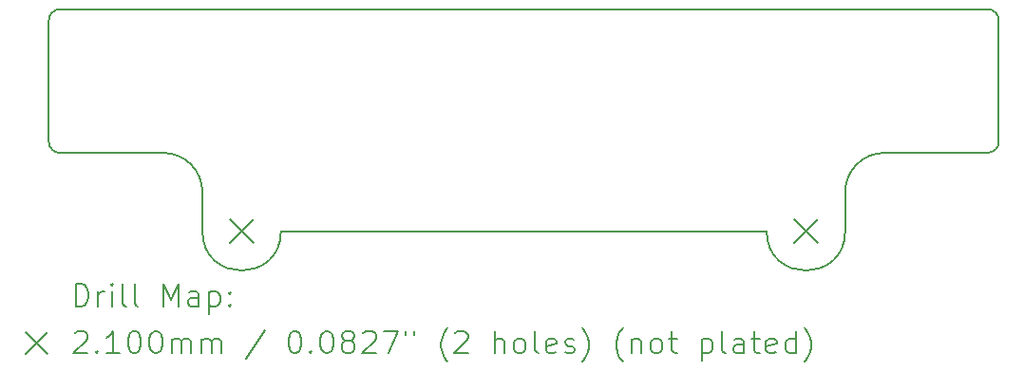
<source format=gbr>
%TF.GenerationSoftware,KiCad,Pcbnew,7.0.1*%
%TF.CreationDate,2023-11-28T21:46:45+01:00*%
%TF.ProjectId,Qtr-8-SN,5174722d-382d-4534-9e2e-6b696361645f,rev?*%
%TF.SameCoordinates,Original*%
%TF.FileFunction,Drillmap*%
%TF.FilePolarity,Positive*%
%FSLAX45Y45*%
G04 Gerber Fmt 4.5, Leading zero omitted, Abs format (unit mm)*
G04 Created by KiCad (PCBNEW 7.0.1) date 2023-11-28 21:46:45*
%MOMM*%
%LPD*%
G01*
G04 APERTURE LIST*
%ADD10C,0.150000*%
%ADD11C,0.200000*%
%ADD12C,0.210000*%
G04 APERTURE END LIST*
D10*
X5029200Y-12798120D02*
X5029260Y-13280560D01*
X5129200Y-12698120D02*
G75*
G03*
X5029200Y-12798120I0J-100000D01*
G01*
X5129200Y-12698120D02*
X13396760Y-12697120D01*
X12711360Y-13979560D02*
X13396760Y-13979560D01*
X5029260Y-13880560D02*
G75*
G03*
X5129260Y-13980560I100000J0D01*
G01*
X13496760Y-13279560D02*
X13496760Y-13879560D01*
X12477610Y-13979560D02*
G75*
G03*
X12127610Y-14329560I0J-350000D01*
G01*
X6048410Y-13979560D02*
X5814660Y-13979560D01*
X13396760Y-13979560D02*
G75*
G03*
X13496760Y-13879560I0J100000D01*
G01*
X6398410Y-14679560D02*
X6398410Y-14329560D01*
X12711360Y-13979560D02*
X12477610Y-13979560D01*
X6398410Y-14329560D02*
G75*
G03*
X6048410Y-13979560I-350000J0D01*
G01*
X13496760Y-12797120D02*
X13496760Y-13279560D01*
X6398410Y-14679560D02*
G75*
G03*
X7098410Y-14679560I350000J0D01*
G01*
X11427610Y-14679560D02*
X7098410Y-14679560D01*
X5029260Y-13280560D02*
X5029260Y-13880560D01*
X12127610Y-14679560D02*
X12127610Y-14329560D01*
X13496760Y-12797120D02*
G75*
G03*
X13396760Y-12697120I-100000J0D01*
G01*
X5814660Y-13979560D02*
X5129260Y-13980560D01*
X11427610Y-14679560D02*
G75*
G03*
X12127610Y-14679560I350000J0D01*
G01*
D11*
D12*
X6643410Y-14574560D02*
X6853410Y-14784560D01*
X6853410Y-14574560D02*
X6643410Y-14784560D01*
X11672610Y-14574560D02*
X11882610Y-14784560D01*
X11882610Y-14574560D02*
X11672610Y-14784560D01*
D11*
X5269319Y-15349584D02*
X5269319Y-15149584D01*
X5269319Y-15149584D02*
X5316938Y-15149584D01*
X5316938Y-15149584D02*
X5345510Y-15159108D01*
X5345510Y-15159108D02*
X5364557Y-15178155D01*
X5364557Y-15178155D02*
X5374081Y-15197203D01*
X5374081Y-15197203D02*
X5383605Y-15235298D01*
X5383605Y-15235298D02*
X5383605Y-15263869D01*
X5383605Y-15263869D02*
X5374081Y-15301965D01*
X5374081Y-15301965D02*
X5364557Y-15321012D01*
X5364557Y-15321012D02*
X5345510Y-15340060D01*
X5345510Y-15340060D02*
X5316938Y-15349584D01*
X5316938Y-15349584D02*
X5269319Y-15349584D01*
X5469319Y-15349584D02*
X5469319Y-15216250D01*
X5469319Y-15254346D02*
X5478843Y-15235298D01*
X5478843Y-15235298D02*
X5488367Y-15225774D01*
X5488367Y-15225774D02*
X5507414Y-15216250D01*
X5507414Y-15216250D02*
X5526462Y-15216250D01*
X5593128Y-15349584D02*
X5593128Y-15216250D01*
X5593128Y-15149584D02*
X5583605Y-15159108D01*
X5583605Y-15159108D02*
X5593128Y-15168631D01*
X5593128Y-15168631D02*
X5602652Y-15159108D01*
X5602652Y-15159108D02*
X5593128Y-15149584D01*
X5593128Y-15149584D02*
X5593128Y-15168631D01*
X5716938Y-15349584D02*
X5697890Y-15340060D01*
X5697890Y-15340060D02*
X5688367Y-15321012D01*
X5688367Y-15321012D02*
X5688367Y-15149584D01*
X5821700Y-15349584D02*
X5802652Y-15340060D01*
X5802652Y-15340060D02*
X5793128Y-15321012D01*
X5793128Y-15321012D02*
X5793128Y-15149584D01*
X6050271Y-15349584D02*
X6050271Y-15149584D01*
X6050271Y-15149584D02*
X6116938Y-15292441D01*
X6116938Y-15292441D02*
X6183605Y-15149584D01*
X6183605Y-15149584D02*
X6183605Y-15349584D01*
X6364557Y-15349584D02*
X6364557Y-15244822D01*
X6364557Y-15244822D02*
X6355033Y-15225774D01*
X6355033Y-15225774D02*
X6335986Y-15216250D01*
X6335986Y-15216250D02*
X6297890Y-15216250D01*
X6297890Y-15216250D02*
X6278843Y-15225774D01*
X6364557Y-15340060D02*
X6345509Y-15349584D01*
X6345509Y-15349584D02*
X6297890Y-15349584D01*
X6297890Y-15349584D02*
X6278843Y-15340060D01*
X6278843Y-15340060D02*
X6269319Y-15321012D01*
X6269319Y-15321012D02*
X6269319Y-15301965D01*
X6269319Y-15301965D02*
X6278843Y-15282917D01*
X6278843Y-15282917D02*
X6297890Y-15273393D01*
X6297890Y-15273393D02*
X6345509Y-15273393D01*
X6345509Y-15273393D02*
X6364557Y-15263869D01*
X6459795Y-15216250D02*
X6459795Y-15416250D01*
X6459795Y-15225774D02*
X6478843Y-15216250D01*
X6478843Y-15216250D02*
X6516938Y-15216250D01*
X6516938Y-15216250D02*
X6535986Y-15225774D01*
X6535986Y-15225774D02*
X6545509Y-15235298D01*
X6545509Y-15235298D02*
X6555033Y-15254346D01*
X6555033Y-15254346D02*
X6555033Y-15311488D01*
X6555033Y-15311488D02*
X6545509Y-15330536D01*
X6545509Y-15330536D02*
X6535986Y-15340060D01*
X6535986Y-15340060D02*
X6516938Y-15349584D01*
X6516938Y-15349584D02*
X6478843Y-15349584D01*
X6478843Y-15349584D02*
X6459795Y-15340060D01*
X6640748Y-15330536D02*
X6650271Y-15340060D01*
X6650271Y-15340060D02*
X6640748Y-15349584D01*
X6640748Y-15349584D02*
X6631224Y-15340060D01*
X6631224Y-15340060D02*
X6640748Y-15330536D01*
X6640748Y-15330536D02*
X6640748Y-15349584D01*
X6640748Y-15225774D02*
X6650271Y-15235298D01*
X6650271Y-15235298D02*
X6640748Y-15244822D01*
X6640748Y-15244822D02*
X6631224Y-15235298D01*
X6631224Y-15235298D02*
X6640748Y-15225774D01*
X6640748Y-15225774D02*
X6640748Y-15244822D01*
X4821700Y-15577060D02*
X5021700Y-15777060D01*
X5021700Y-15577060D02*
X4821700Y-15777060D01*
X5259795Y-15588631D02*
X5269319Y-15579108D01*
X5269319Y-15579108D02*
X5288367Y-15569584D01*
X5288367Y-15569584D02*
X5335986Y-15569584D01*
X5335986Y-15569584D02*
X5355033Y-15579108D01*
X5355033Y-15579108D02*
X5364557Y-15588631D01*
X5364557Y-15588631D02*
X5374081Y-15607679D01*
X5374081Y-15607679D02*
X5374081Y-15626727D01*
X5374081Y-15626727D02*
X5364557Y-15655298D01*
X5364557Y-15655298D02*
X5250271Y-15769584D01*
X5250271Y-15769584D02*
X5374081Y-15769584D01*
X5459795Y-15750536D02*
X5469319Y-15760060D01*
X5469319Y-15760060D02*
X5459795Y-15769584D01*
X5459795Y-15769584D02*
X5450271Y-15760060D01*
X5450271Y-15760060D02*
X5459795Y-15750536D01*
X5459795Y-15750536D02*
X5459795Y-15769584D01*
X5659795Y-15769584D02*
X5545510Y-15769584D01*
X5602652Y-15769584D02*
X5602652Y-15569584D01*
X5602652Y-15569584D02*
X5583605Y-15598155D01*
X5583605Y-15598155D02*
X5564557Y-15617203D01*
X5564557Y-15617203D02*
X5545510Y-15626727D01*
X5783605Y-15569584D02*
X5802652Y-15569584D01*
X5802652Y-15569584D02*
X5821700Y-15579108D01*
X5821700Y-15579108D02*
X5831224Y-15588631D01*
X5831224Y-15588631D02*
X5840748Y-15607679D01*
X5840748Y-15607679D02*
X5850271Y-15645774D01*
X5850271Y-15645774D02*
X5850271Y-15693393D01*
X5850271Y-15693393D02*
X5840748Y-15731488D01*
X5840748Y-15731488D02*
X5831224Y-15750536D01*
X5831224Y-15750536D02*
X5821700Y-15760060D01*
X5821700Y-15760060D02*
X5802652Y-15769584D01*
X5802652Y-15769584D02*
X5783605Y-15769584D01*
X5783605Y-15769584D02*
X5764557Y-15760060D01*
X5764557Y-15760060D02*
X5755033Y-15750536D01*
X5755033Y-15750536D02*
X5745509Y-15731488D01*
X5745509Y-15731488D02*
X5735986Y-15693393D01*
X5735986Y-15693393D02*
X5735986Y-15645774D01*
X5735986Y-15645774D02*
X5745509Y-15607679D01*
X5745509Y-15607679D02*
X5755033Y-15588631D01*
X5755033Y-15588631D02*
X5764557Y-15579108D01*
X5764557Y-15579108D02*
X5783605Y-15569584D01*
X5974081Y-15569584D02*
X5993129Y-15569584D01*
X5993129Y-15569584D02*
X6012176Y-15579108D01*
X6012176Y-15579108D02*
X6021700Y-15588631D01*
X6021700Y-15588631D02*
X6031224Y-15607679D01*
X6031224Y-15607679D02*
X6040748Y-15645774D01*
X6040748Y-15645774D02*
X6040748Y-15693393D01*
X6040748Y-15693393D02*
X6031224Y-15731488D01*
X6031224Y-15731488D02*
X6021700Y-15750536D01*
X6021700Y-15750536D02*
X6012176Y-15760060D01*
X6012176Y-15760060D02*
X5993129Y-15769584D01*
X5993129Y-15769584D02*
X5974081Y-15769584D01*
X5974081Y-15769584D02*
X5955033Y-15760060D01*
X5955033Y-15760060D02*
X5945509Y-15750536D01*
X5945509Y-15750536D02*
X5935986Y-15731488D01*
X5935986Y-15731488D02*
X5926462Y-15693393D01*
X5926462Y-15693393D02*
X5926462Y-15645774D01*
X5926462Y-15645774D02*
X5935986Y-15607679D01*
X5935986Y-15607679D02*
X5945509Y-15588631D01*
X5945509Y-15588631D02*
X5955033Y-15579108D01*
X5955033Y-15579108D02*
X5974081Y-15569584D01*
X6126462Y-15769584D02*
X6126462Y-15636250D01*
X6126462Y-15655298D02*
X6135986Y-15645774D01*
X6135986Y-15645774D02*
X6155033Y-15636250D01*
X6155033Y-15636250D02*
X6183605Y-15636250D01*
X6183605Y-15636250D02*
X6202652Y-15645774D01*
X6202652Y-15645774D02*
X6212176Y-15664822D01*
X6212176Y-15664822D02*
X6212176Y-15769584D01*
X6212176Y-15664822D02*
X6221700Y-15645774D01*
X6221700Y-15645774D02*
X6240748Y-15636250D01*
X6240748Y-15636250D02*
X6269319Y-15636250D01*
X6269319Y-15636250D02*
X6288367Y-15645774D01*
X6288367Y-15645774D02*
X6297890Y-15664822D01*
X6297890Y-15664822D02*
X6297890Y-15769584D01*
X6393129Y-15769584D02*
X6393129Y-15636250D01*
X6393129Y-15655298D02*
X6402652Y-15645774D01*
X6402652Y-15645774D02*
X6421700Y-15636250D01*
X6421700Y-15636250D02*
X6450271Y-15636250D01*
X6450271Y-15636250D02*
X6469319Y-15645774D01*
X6469319Y-15645774D02*
X6478843Y-15664822D01*
X6478843Y-15664822D02*
X6478843Y-15769584D01*
X6478843Y-15664822D02*
X6488367Y-15645774D01*
X6488367Y-15645774D02*
X6507414Y-15636250D01*
X6507414Y-15636250D02*
X6535986Y-15636250D01*
X6535986Y-15636250D02*
X6555033Y-15645774D01*
X6555033Y-15645774D02*
X6564557Y-15664822D01*
X6564557Y-15664822D02*
X6564557Y-15769584D01*
X6955033Y-15560060D02*
X6783605Y-15817203D01*
X7212176Y-15569584D02*
X7231224Y-15569584D01*
X7231224Y-15569584D02*
X7250272Y-15579108D01*
X7250272Y-15579108D02*
X7259795Y-15588631D01*
X7259795Y-15588631D02*
X7269319Y-15607679D01*
X7269319Y-15607679D02*
X7278843Y-15645774D01*
X7278843Y-15645774D02*
X7278843Y-15693393D01*
X7278843Y-15693393D02*
X7269319Y-15731488D01*
X7269319Y-15731488D02*
X7259795Y-15750536D01*
X7259795Y-15750536D02*
X7250272Y-15760060D01*
X7250272Y-15760060D02*
X7231224Y-15769584D01*
X7231224Y-15769584D02*
X7212176Y-15769584D01*
X7212176Y-15769584D02*
X7193129Y-15760060D01*
X7193129Y-15760060D02*
X7183605Y-15750536D01*
X7183605Y-15750536D02*
X7174081Y-15731488D01*
X7174081Y-15731488D02*
X7164557Y-15693393D01*
X7164557Y-15693393D02*
X7164557Y-15645774D01*
X7164557Y-15645774D02*
X7174081Y-15607679D01*
X7174081Y-15607679D02*
X7183605Y-15588631D01*
X7183605Y-15588631D02*
X7193129Y-15579108D01*
X7193129Y-15579108D02*
X7212176Y-15569584D01*
X7364557Y-15750536D02*
X7374081Y-15760060D01*
X7374081Y-15760060D02*
X7364557Y-15769584D01*
X7364557Y-15769584D02*
X7355033Y-15760060D01*
X7355033Y-15760060D02*
X7364557Y-15750536D01*
X7364557Y-15750536D02*
X7364557Y-15769584D01*
X7497891Y-15569584D02*
X7516938Y-15569584D01*
X7516938Y-15569584D02*
X7535986Y-15579108D01*
X7535986Y-15579108D02*
X7545510Y-15588631D01*
X7545510Y-15588631D02*
X7555033Y-15607679D01*
X7555033Y-15607679D02*
X7564557Y-15645774D01*
X7564557Y-15645774D02*
X7564557Y-15693393D01*
X7564557Y-15693393D02*
X7555033Y-15731488D01*
X7555033Y-15731488D02*
X7545510Y-15750536D01*
X7545510Y-15750536D02*
X7535986Y-15760060D01*
X7535986Y-15760060D02*
X7516938Y-15769584D01*
X7516938Y-15769584D02*
X7497891Y-15769584D01*
X7497891Y-15769584D02*
X7478843Y-15760060D01*
X7478843Y-15760060D02*
X7469319Y-15750536D01*
X7469319Y-15750536D02*
X7459795Y-15731488D01*
X7459795Y-15731488D02*
X7450272Y-15693393D01*
X7450272Y-15693393D02*
X7450272Y-15645774D01*
X7450272Y-15645774D02*
X7459795Y-15607679D01*
X7459795Y-15607679D02*
X7469319Y-15588631D01*
X7469319Y-15588631D02*
X7478843Y-15579108D01*
X7478843Y-15579108D02*
X7497891Y-15569584D01*
X7678843Y-15655298D02*
X7659795Y-15645774D01*
X7659795Y-15645774D02*
X7650272Y-15636250D01*
X7650272Y-15636250D02*
X7640748Y-15617203D01*
X7640748Y-15617203D02*
X7640748Y-15607679D01*
X7640748Y-15607679D02*
X7650272Y-15588631D01*
X7650272Y-15588631D02*
X7659795Y-15579108D01*
X7659795Y-15579108D02*
X7678843Y-15569584D01*
X7678843Y-15569584D02*
X7716938Y-15569584D01*
X7716938Y-15569584D02*
X7735986Y-15579108D01*
X7735986Y-15579108D02*
X7745510Y-15588631D01*
X7745510Y-15588631D02*
X7755033Y-15607679D01*
X7755033Y-15607679D02*
X7755033Y-15617203D01*
X7755033Y-15617203D02*
X7745510Y-15636250D01*
X7745510Y-15636250D02*
X7735986Y-15645774D01*
X7735986Y-15645774D02*
X7716938Y-15655298D01*
X7716938Y-15655298D02*
X7678843Y-15655298D01*
X7678843Y-15655298D02*
X7659795Y-15664822D01*
X7659795Y-15664822D02*
X7650272Y-15674346D01*
X7650272Y-15674346D02*
X7640748Y-15693393D01*
X7640748Y-15693393D02*
X7640748Y-15731488D01*
X7640748Y-15731488D02*
X7650272Y-15750536D01*
X7650272Y-15750536D02*
X7659795Y-15760060D01*
X7659795Y-15760060D02*
X7678843Y-15769584D01*
X7678843Y-15769584D02*
X7716938Y-15769584D01*
X7716938Y-15769584D02*
X7735986Y-15760060D01*
X7735986Y-15760060D02*
X7745510Y-15750536D01*
X7745510Y-15750536D02*
X7755033Y-15731488D01*
X7755033Y-15731488D02*
X7755033Y-15693393D01*
X7755033Y-15693393D02*
X7745510Y-15674346D01*
X7745510Y-15674346D02*
X7735986Y-15664822D01*
X7735986Y-15664822D02*
X7716938Y-15655298D01*
X7831224Y-15588631D02*
X7840748Y-15579108D01*
X7840748Y-15579108D02*
X7859795Y-15569584D01*
X7859795Y-15569584D02*
X7907414Y-15569584D01*
X7907414Y-15569584D02*
X7926462Y-15579108D01*
X7926462Y-15579108D02*
X7935986Y-15588631D01*
X7935986Y-15588631D02*
X7945510Y-15607679D01*
X7945510Y-15607679D02*
X7945510Y-15626727D01*
X7945510Y-15626727D02*
X7935986Y-15655298D01*
X7935986Y-15655298D02*
X7821700Y-15769584D01*
X7821700Y-15769584D02*
X7945510Y-15769584D01*
X8012176Y-15569584D02*
X8145510Y-15569584D01*
X8145510Y-15569584D02*
X8059795Y-15769584D01*
X8212176Y-15569584D02*
X8212176Y-15607679D01*
X8288367Y-15569584D02*
X8288367Y-15607679D01*
X8583605Y-15845774D02*
X8574081Y-15836250D01*
X8574081Y-15836250D02*
X8555034Y-15807679D01*
X8555034Y-15807679D02*
X8545510Y-15788631D01*
X8545510Y-15788631D02*
X8535986Y-15760060D01*
X8535986Y-15760060D02*
X8526462Y-15712441D01*
X8526462Y-15712441D02*
X8526462Y-15674346D01*
X8526462Y-15674346D02*
X8535986Y-15626727D01*
X8535986Y-15626727D02*
X8545510Y-15598155D01*
X8545510Y-15598155D02*
X8555034Y-15579108D01*
X8555034Y-15579108D02*
X8574081Y-15550536D01*
X8574081Y-15550536D02*
X8583605Y-15541012D01*
X8650272Y-15588631D02*
X8659796Y-15579108D01*
X8659796Y-15579108D02*
X8678843Y-15569584D01*
X8678843Y-15569584D02*
X8726462Y-15569584D01*
X8726462Y-15569584D02*
X8745510Y-15579108D01*
X8745510Y-15579108D02*
X8755034Y-15588631D01*
X8755034Y-15588631D02*
X8764557Y-15607679D01*
X8764557Y-15607679D02*
X8764557Y-15626727D01*
X8764557Y-15626727D02*
X8755034Y-15655298D01*
X8755034Y-15655298D02*
X8640748Y-15769584D01*
X8640748Y-15769584D02*
X8764557Y-15769584D01*
X9002653Y-15769584D02*
X9002653Y-15569584D01*
X9088367Y-15769584D02*
X9088367Y-15664822D01*
X9088367Y-15664822D02*
X9078843Y-15645774D01*
X9078843Y-15645774D02*
X9059796Y-15636250D01*
X9059796Y-15636250D02*
X9031224Y-15636250D01*
X9031224Y-15636250D02*
X9012177Y-15645774D01*
X9012177Y-15645774D02*
X9002653Y-15655298D01*
X9212177Y-15769584D02*
X9193129Y-15760060D01*
X9193129Y-15760060D02*
X9183605Y-15750536D01*
X9183605Y-15750536D02*
X9174081Y-15731488D01*
X9174081Y-15731488D02*
X9174081Y-15674346D01*
X9174081Y-15674346D02*
X9183605Y-15655298D01*
X9183605Y-15655298D02*
X9193129Y-15645774D01*
X9193129Y-15645774D02*
X9212177Y-15636250D01*
X9212177Y-15636250D02*
X9240748Y-15636250D01*
X9240748Y-15636250D02*
X9259796Y-15645774D01*
X9259796Y-15645774D02*
X9269319Y-15655298D01*
X9269319Y-15655298D02*
X9278843Y-15674346D01*
X9278843Y-15674346D02*
X9278843Y-15731488D01*
X9278843Y-15731488D02*
X9269319Y-15750536D01*
X9269319Y-15750536D02*
X9259796Y-15760060D01*
X9259796Y-15760060D02*
X9240748Y-15769584D01*
X9240748Y-15769584D02*
X9212177Y-15769584D01*
X9393129Y-15769584D02*
X9374081Y-15760060D01*
X9374081Y-15760060D02*
X9364558Y-15741012D01*
X9364558Y-15741012D02*
X9364558Y-15569584D01*
X9545510Y-15760060D02*
X9526462Y-15769584D01*
X9526462Y-15769584D02*
X9488367Y-15769584D01*
X9488367Y-15769584D02*
X9469319Y-15760060D01*
X9469319Y-15760060D02*
X9459796Y-15741012D01*
X9459796Y-15741012D02*
X9459796Y-15664822D01*
X9459796Y-15664822D02*
X9469319Y-15645774D01*
X9469319Y-15645774D02*
X9488367Y-15636250D01*
X9488367Y-15636250D02*
X9526462Y-15636250D01*
X9526462Y-15636250D02*
X9545510Y-15645774D01*
X9545510Y-15645774D02*
X9555034Y-15664822D01*
X9555034Y-15664822D02*
X9555034Y-15683869D01*
X9555034Y-15683869D02*
X9459796Y-15702917D01*
X9631224Y-15760060D02*
X9650272Y-15769584D01*
X9650272Y-15769584D02*
X9688367Y-15769584D01*
X9688367Y-15769584D02*
X9707415Y-15760060D01*
X9707415Y-15760060D02*
X9716939Y-15741012D01*
X9716939Y-15741012D02*
X9716939Y-15731488D01*
X9716939Y-15731488D02*
X9707415Y-15712441D01*
X9707415Y-15712441D02*
X9688367Y-15702917D01*
X9688367Y-15702917D02*
X9659796Y-15702917D01*
X9659796Y-15702917D02*
X9640748Y-15693393D01*
X9640748Y-15693393D02*
X9631224Y-15674346D01*
X9631224Y-15674346D02*
X9631224Y-15664822D01*
X9631224Y-15664822D02*
X9640748Y-15645774D01*
X9640748Y-15645774D02*
X9659796Y-15636250D01*
X9659796Y-15636250D02*
X9688367Y-15636250D01*
X9688367Y-15636250D02*
X9707415Y-15645774D01*
X9783605Y-15845774D02*
X9793129Y-15836250D01*
X9793129Y-15836250D02*
X9812177Y-15807679D01*
X9812177Y-15807679D02*
X9821700Y-15788631D01*
X9821700Y-15788631D02*
X9831224Y-15760060D01*
X9831224Y-15760060D02*
X9840748Y-15712441D01*
X9840748Y-15712441D02*
X9840748Y-15674346D01*
X9840748Y-15674346D02*
X9831224Y-15626727D01*
X9831224Y-15626727D02*
X9821700Y-15598155D01*
X9821700Y-15598155D02*
X9812177Y-15579108D01*
X9812177Y-15579108D02*
X9793129Y-15550536D01*
X9793129Y-15550536D02*
X9783605Y-15541012D01*
X10145510Y-15845774D02*
X10135986Y-15836250D01*
X10135986Y-15836250D02*
X10116939Y-15807679D01*
X10116939Y-15807679D02*
X10107415Y-15788631D01*
X10107415Y-15788631D02*
X10097891Y-15760060D01*
X10097891Y-15760060D02*
X10088367Y-15712441D01*
X10088367Y-15712441D02*
X10088367Y-15674346D01*
X10088367Y-15674346D02*
X10097891Y-15626727D01*
X10097891Y-15626727D02*
X10107415Y-15598155D01*
X10107415Y-15598155D02*
X10116939Y-15579108D01*
X10116939Y-15579108D02*
X10135986Y-15550536D01*
X10135986Y-15550536D02*
X10145510Y-15541012D01*
X10221700Y-15636250D02*
X10221700Y-15769584D01*
X10221700Y-15655298D02*
X10231224Y-15645774D01*
X10231224Y-15645774D02*
X10250272Y-15636250D01*
X10250272Y-15636250D02*
X10278843Y-15636250D01*
X10278843Y-15636250D02*
X10297891Y-15645774D01*
X10297891Y-15645774D02*
X10307415Y-15664822D01*
X10307415Y-15664822D02*
X10307415Y-15769584D01*
X10431224Y-15769584D02*
X10412177Y-15760060D01*
X10412177Y-15760060D02*
X10402653Y-15750536D01*
X10402653Y-15750536D02*
X10393129Y-15731488D01*
X10393129Y-15731488D02*
X10393129Y-15674346D01*
X10393129Y-15674346D02*
X10402653Y-15655298D01*
X10402653Y-15655298D02*
X10412177Y-15645774D01*
X10412177Y-15645774D02*
X10431224Y-15636250D01*
X10431224Y-15636250D02*
X10459796Y-15636250D01*
X10459796Y-15636250D02*
X10478843Y-15645774D01*
X10478843Y-15645774D02*
X10488367Y-15655298D01*
X10488367Y-15655298D02*
X10497891Y-15674346D01*
X10497891Y-15674346D02*
X10497891Y-15731488D01*
X10497891Y-15731488D02*
X10488367Y-15750536D01*
X10488367Y-15750536D02*
X10478843Y-15760060D01*
X10478843Y-15760060D02*
X10459796Y-15769584D01*
X10459796Y-15769584D02*
X10431224Y-15769584D01*
X10555034Y-15636250D02*
X10631224Y-15636250D01*
X10583605Y-15569584D02*
X10583605Y-15741012D01*
X10583605Y-15741012D02*
X10593129Y-15760060D01*
X10593129Y-15760060D02*
X10612177Y-15769584D01*
X10612177Y-15769584D02*
X10631224Y-15769584D01*
X10850272Y-15636250D02*
X10850272Y-15836250D01*
X10850272Y-15645774D02*
X10869320Y-15636250D01*
X10869320Y-15636250D02*
X10907415Y-15636250D01*
X10907415Y-15636250D02*
X10926462Y-15645774D01*
X10926462Y-15645774D02*
X10935986Y-15655298D01*
X10935986Y-15655298D02*
X10945510Y-15674346D01*
X10945510Y-15674346D02*
X10945510Y-15731488D01*
X10945510Y-15731488D02*
X10935986Y-15750536D01*
X10935986Y-15750536D02*
X10926462Y-15760060D01*
X10926462Y-15760060D02*
X10907415Y-15769584D01*
X10907415Y-15769584D02*
X10869320Y-15769584D01*
X10869320Y-15769584D02*
X10850272Y-15760060D01*
X11059796Y-15769584D02*
X11040748Y-15760060D01*
X11040748Y-15760060D02*
X11031224Y-15741012D01*
X11031224Y-15741012D02*
X11031224Y-15569584D01*
X11221700Y-15769584D02*
X11221700Y-15664822D01*
X11221700Y-15664822D02*
X11212177Y-15645774D01*
X11212177Y-15645774D02*
X11193129Y-15636250D01*
X11193129Y-15636250D02*
X11155034Y-15636250D01*
X11155034Y-15636250D02*
X11135986Y-15645774D01*
X11221700Y-15760060D02*
X11202653Y-15769584D01*
X11202653Y-15769584D02*
X11155034Y-15769584D01*
X11155034Y-15769584D02*
X11135986Y-15760060D01*
X11135986Y-15760060D02*
X11126462Y-15741012D01*
X11126462Y-15741012D02*
X11126462Y-15721965D01*
X11126462Y-15721965D02*
X11135986Y-15702917D01*
X11135986Y-15702917D02*
X11155034Y-15693393D01*
X11155034Y-15693393D02*
X11202653Y-15693393D01*
X11202653Y-15693393D02*
X11221700Y-15683869D01*
X11288367Y-15636250D02*
X11364558Y-15636250D01*
X11316939Y-15569584D02*
X11316939Y-15741012D01*
X11316939Y-15741012D02*
X11326462Y-15760060D01*
X11326462Y-15760060D02*
X11345510Y-15769584D01*
X11345510Y-15769584D02*
X11364558Y-15769584D01*
X11507415Y-15760060D02*
X11488367Y-15769584D01*
X11488367Y-15769584D02*
X11450272Y-15769584D01*
X11450272Y-15769584D02*
X11431224Y-15760060D01*
X11431224Y-15760060D02*
X11421700Y-15741012D01*
X11421700Y-15741012D02*
X11421700Y-15664822D01*
X11421700Y-15664822D02*
X11431224Y-15645774D01*
X11431224Y-15645774D02*
X11450272Y-15636250D01*
X11450272Y-15636250D02*
X11488367Y-15636250D01*
X11488367Y-15636250D02*
X11507415Y-15645774D01*
X11507415Y-15645774D02*
X11516939Y-15664822D01*
X11516939Y-15664822D02*
X11516939Y-15683869D01*
X11516939Y-15683869D02*
X11421700Y-15702917D01*
X11688367Y-15769584D02*
X11688367Y-15569584D01*
X11688367Y-15760060D02*
X11669320Y-15769584D01*
X11669320Y-15769584D02*
X11631224Y-15769584D01*
X11631224Y-15769584D02*
X11612177Y-15760060D01*
X11612177Y-15760060D02*
X11602653Y-15750536D01*
X11602653Y-15750536D02*
X11593129Y-15731488D01*
X11593129Y-15731488D02*
X11593129Y-15674346D01*
X11593129Y-15674346D02*
X11602653Y-15655298D01*
X11602653Y-15655298D02*
X11612177Y-15645774D01*
X11612177Y-15645774D02*
X11631224Y-15636250D01*
X11631224Y-15636250D02*
X11669320Y-15636250D01*
X11669320Y-15636250D02*
X11688367Y-15645774D01*
X11764558Y-15845774D02*
X11774081Y-15836250D01*
X11774081Y-15836250D02*
X11793129Y-15807679D01*
X11793129Y-15807679D02*
X11802653Y-15788631D01*
X11802653Y-15788631D02*
X11812177Y-15760060D01*
X11812177Y-15760060D02*
X11821700Y-15712441D01*
X11821700Y-15712441D02*
X11821700Y-15674346D01*
X11821700Y-15674346D02*
X11812177Y-15626727D01*
X11812177Y-15626727D02*
X11802653Y-15598155D01*
X11802653Y-15598155D02*
X11793129Y-15579108D01*
X11793129Y-15579108D02*
X11774081Y-15550536D01*
X11774081Y-15550536D02*
X11764558Y-15541012D01*
M02*

</source>
